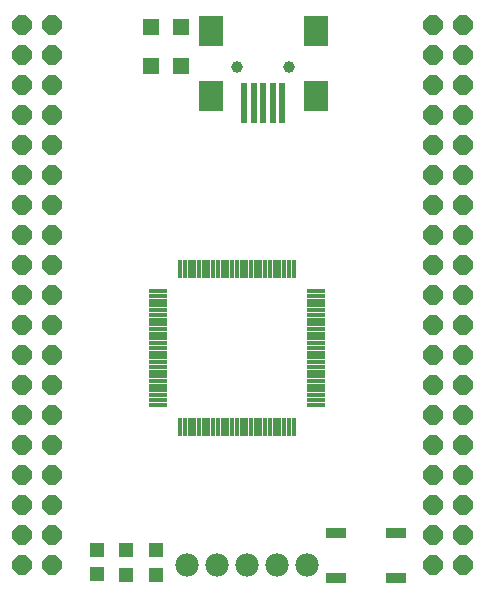
<source format=gbr>
G04 EAGLE Gerber RS-274X export*
G75*
%MOMM*%
%FSLAX34Y34*%
%LPD*%
%INSoldermask Top*%
%IPPOS*%
%AMOC8*
5,1,8,0,0,1.08239X$1,22.5*%
G01*
%ADD10R,0.331600X1.601600*%
%ADD11R,1.601600X0.331600*%
%ADD12R,2.101600X2.601600*%
%ADD13R,0.601600X3.401600*%
%ADD14C,1.001600*%
%ADD15C,1.981200*%
%ADD16R,1.409600X1.409600*%
%ADD17P,1.759533X8X292.500000*%
%ADD18R,1.301600X1.301600*%
%ADD19R,1.752600X0.863600*%


D10*
X167265Y135946D03*
X171265Y135946D03*
X175265Y135946D03*
X179265Y135946D03*
X183265Y135946D03*
X187265Y135946D03*
X191265Y135946D03*
X195265Y135946D03*
X199265Y135946D03*
X203265Y135946D03*
X207265Y135946D03*
X211265Y135946D03*
X215265Y135946D03*
X219265Y135946D03*
X223265Y135946D03*
X227265Y135946D03*
X231265Y135946D03*
X235265Y135946D03*
X239265Y135946D03*
X243265Y135946D03*
X247265Y135946D03*
X251265Y135946D03*
X255265Y135946D03*
X259265Y135946D03*
X263265Y135946D03*
D11*
X282265Y154946D03*
X282265Y158946D03*
X282265Y162946D03*
X282265Y166946D03*
X282265Y170946D03*
X282265Y174946D03*
X282265Y178946D03*
X282265Y182946D03*
X282265Y186946D03*
X282265Y190946D03*
X282265Y194946D03*
X282265Y198946D03*
X282265Y202946D03*
X282265Y206946D03*
X282265Y210946D03*
X282265Y214946D03*
X282265Y218946D03*
X282265Y222946D03*
X282265Y226946D03*
X282265Y230946D03*
X282265Y234946D03*
X282265Y238946D03*
X282265Y242946D03*
X282265Y246946D03*
X282265Y250946D03*
D10*
X263265Y269946D03*
X259265Y269946D03*
X255265Y269946D03*
X251265Y269946D03*
X247265Y269946D03*
X243265Y269946D03*
X239265Y269946D03*
X235265Y269946D03*
X231265Y269946D03*
X227265Y269946D03*
X223265Y269946D03*
X219265Y269946D03*
X215265Y269946D03*
X211265Y269946D03*
X207265Y269946D03*
X203265Y269946D03*
X199265Y269946D03*
X195265Y269946D03*
X191265Y269946D03*
X187265Y269946D03*
X183265Y269946D03*
X179265Y269946D03*
X175265Y269946D03*
X171265Y269946D03*
X167265Y269946D03*
D11*
X148265Y250946D03*
X148265Y246946D03*
X148265Y242946D03*
X148265Y238946D03*
X148265Y234946D03*
X148265Y230946D03*
X148265Y226946D03*
X148265Y222946D03*
X148265Y218946D03*
X148265Y214946D03*
X148265Y210946D03*
X148265Y206946D03*
X148265Y202946D03*
X148265Y198946D03*
X148265Y194946D03*
X148265Y190946D03*
X148265Y186946D03*
X148265Y182946D03*
X148265Y178946D03*
X148265Y174946D03*
X148265Y170946D03*
X148265Y166946D03*
X148265Y162946D03*
X148265Y158946D03*
X148265Y154946D03*
D12*
X192990Y416071D03*
X281990Y416071D03*
X192990Y471071D03*
X281990Y471071D03*
D13*
X237490Y410071D03*
X229490Y410071D03*
X245490Y410071D03*
X253490Y410071D03*
X221490Y410071D03*
D14*
X259490Y441071D03*
X215490Y441071D03*
D15*
X172911Y18796D03*
X198311Y18796D03*
X223711Y18796D03*
X249111Y18796D03*
X274511Y18796D03*
D16*
X167640Y474980D03*
X142240Y474980D03*
D17*
X381064Y476631D03*
X406464Y476631D03*
X381064Y451231D03*
X406464Y451231D03*
X381064Y425831D03*
X406464Y425831D03*
X381064Y400431D03*
X406464Y400431D03*
X381064Y375031D03*
X406464Y375031D03*
X381064Y349631D03*
X406464Y349631D03*
X381064Y324231D03*
X406464Y324231D03*
X381064Y298831D03*
X406464Y298831D03*
X381064Y273431D03*
X406464Y273431D03*
X381064Y248031D03*
X406464Y248031D03*
X381064Y222631D03*
X406464Y222631D03*
X381064Y197231D03*
X406464Y197231D03*
X381064Y171831D03*
X406464Y171831D03*
X381064Y146431D03*
X406464Y146431D03*
X381064Y121031D03*
X406464Y121031D03*
X381064Y95631D03*
X406464Y95631D03*
X381064Y70231D03*
X406464Y70231D03*
X381064Y44831D03*
X406464Y44831D03*
X381064Y19431D03*
X406464Y19431D03*
X33338Y476314D03*
X58738Y476314D03*
X33338Y450914D03*
X58738Y450914D03*
X33338Y425514D03*
X58738Y425514D03*
X33338Y400114D03*
X58738Y400114D03*
X33338Y374714D03*
X58738Y374714D03*
X33338Y349314D03*
X58738Y349314D03*
X33338Y323914D03*
X58738Y323914D03*
X33338Y298514D03*
X58738Y298514D03*
X33338Y273114D03*
X58738Y273114D03*
X33338Y247714D03*
X58738Y247714D03*
X33338Y222314D03*
X58738Y222314D03*
X33338Y196914D03*
X58738Y196914D03*
X33338Y171514D03*
X58738Y171514D03*
X33338Y146114D03*
X58738Y146114D03*
X33338Y120714D03*
X58738Y120714D03*
X33338Y95314D03*
X58738Y95314D03*
X33338Y69914D03*
X58738Y69914D03*
X33338Y44514D03*
X58738Y44514D03*
X33338Y19114D03*
X58738Y19114D03*
D18*
X96586Y11090D03*
X96586Y32090D03*
X121667Y10898D03*
X121667Y31898D03*
X147256Y10835D03*
X147256Y31835D03*
D19*
X299593Y46482D03*
X350393Y46482D03*
X299593Y8382D03*
X350393Y8382D03*
D16*
X167640Y441960D03*
X142240Y441960D03*
M02*

</source>
